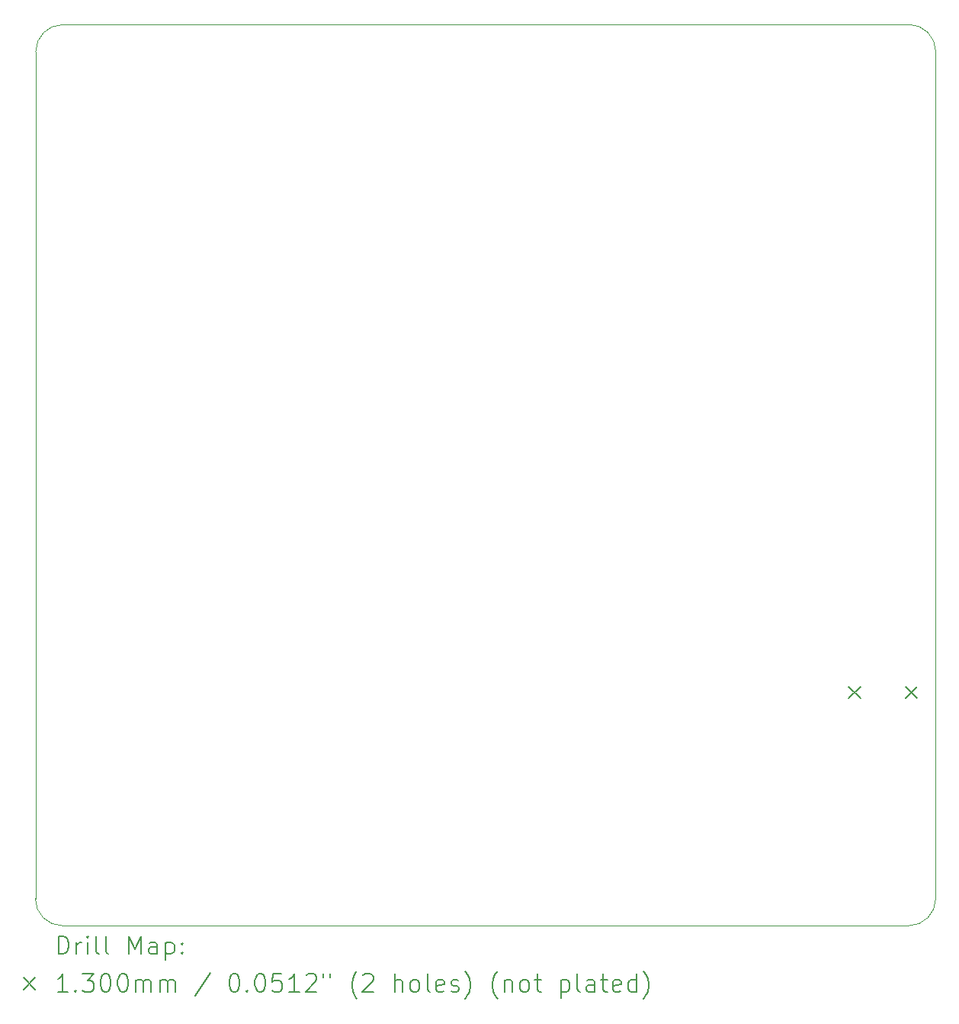
<source format=gbr>
%TF.GenerationSoftware,KiCad,Pcbnew,8.0.0-rc2-429-g037f349585*%
%TF.CreationDate,2024-02-09T22:22:24+01:00*%
%TF.ProjectId,xDuinoRail-Protoboard,78447569-6e6f-4526-9169-6c2d50726f74,rev?*%
%TF.SameCoordinates,Original*%
%TF.FileFunction,Drillmap*%
%TF.FilePolarity,Positive*%
%FSLAX45Y45*%
G04 Gerber Fmt 4.5, Leading zero omitted, Abs format (unit mm)*
G04 Created by KiCad (PCBNEW 8.0.0-rc2-429-g037f349585) date 2024-02-09 22:22:24*
%MOMM*%
%LPD*%
G01*
G04 APERTURE LIST*
%ADD10C,0.050000*%
%ADD11C,0.200000*%
%ADD12C,0.130000*%
G04 APERTURE END LIST*
D10*
X7348500Y-4508500D02*
X16748500Y-4508500D01*
X17048500Y-14208500D02*
G75*
G02*
X16748500Y-14508500I-300000J0D01*
G01*
X7348500Y-14508500D02*
G75*
G02*
X7048500Y-14208500I0J300000D01*
G01*
X7052361Y-4810462D02*
G75*
G02*
X7352361Y-4510461I299999J2D01*
G01*
X16748500Y-4508500D02*
G75*
G02*
X17048500Y-4808500I0J-300000D01*
G01*
X17048500Y-4808500D02*
X17048500Y-14208500D01*
X16748500Y-14508500D02*
X7348500Y-14508500D01*
X7051931Y-14209456D02*
X7051931Y-4809456D01*
D11*
D12*
X16082000Y-11857000D02*
X16212000Y-11987000D01*
X16212000Y-11857000D02*
X16082000Y-11987000D01*
X16712000Y-11857000D02*
X16842000Y-11987000D01*
X16842000Y-11857000D02*
X16712000Y-11987000D01*
D11*
X7306777Y-14822484D02*
X7306777Y-14622484D01*
X7306777Y-14622484D02*
X7354396Y-14622484D01*
X7354396Y-14622484D02*
X7382967Y-14632008D01*
X7382967Y-14632008D02*
X7402015Y-14651055D01*
X7402015Y-14651055D02*
X7411539Y-14670103D01*
X7411539Y-14670103D02*
X7421062Y-14708198D01*
X7421062Y-14708198D02*
X7421062Y-14736769D01*
X7421062Y-14736769D02*
X7411539Y-14774865D01*
X7411539Y-14774865D02*
X7402015Y-14793912D01*
X7402015Y-14793912D02*
X7382967Y-14812960D01*
X7382967Y-14812960D02*
X7354396Y-14822484D01*
X7354396Y-14822484D02*
X7306777Y-14822484D01*
X7506777Y-14822484D02*
X7506777Y-14689150D01*
X7506777Y-14727246D02*
X7516301Y-14708198D01*
X7516301Y-14708198D02*
X7525824Y-14698674D01*
X7525824Y-14698674D02*
X7544872Y-14689150D01*
X7544872Y-14689150D02*
X7563920Y-14689150D01*
X7630586Y-14822484D02*
X7630586Y-14689150D01*
X7630586Y-14622484D02*
X7621062Y-14632008D01*
X7621062Y-14632008D02*
X7630586Y-14641531D01*
X7630586Y-14641531D02*
X7640110Y-14632008D01*
X7640110Y-14632008D02*
X7630586Y-14622484D01*
X7630586Y-14622484D02*
X7630586Y-14641531D01*
X7754396Y-14822484D02*
X7735348Y-14812960D01*
X7735348Y-14812960D02*
X7725824Y-14793912D01*
X7725824Y-14793912D02*
X7725824Y-14622484D01*
X7859158Y-14822484D02*
X7840110Y-14812960D01*
X7840110Y-14812960D02*
X7830586Y-14793912D01*
X7830586Y-14793912D02*
X7830586Y-14622484D01*
X8087729Y-14822484D02*
X8087729Y-14622484D01*
X8087729Y-14622484D02*
X8154396Y-14765341D01*
X8154396Y-14765341D02*
X8221062Y-14622484D01*
X8221062Y-14622484D02*
X8221062Y-14822484D01*
X8402015Y-14822484D02*
X8402015Y-14717722D01*
X8402015Y-14717722D02*
X8392491Y-14698674D01*
X8392491Y-14698674D02*
X8373443Y-14689150D01*
X8373443Y-14689150D02*
X8335348Y-14689150D01*
X8335348Y-14689150D02*
X8316301Y-14698674D01*
X8402015Y-14812960D02*
X8382967Y-14822484D01*
X8382967Y-14822484D02*
X8335348Y-14822484D01*
X8335348Y-14822484D02*
X8316301Y-14812960D01*
X8316301Y-14812960D02*
X8306777Y-14793912D01*
X8306777Y-14793912D02*
X8306777Y-14774865D01*
X8306777Y-14774865D02*
X8316301Y-14755817D01*
X8316301Y-14755817D02*
X8335348Y-14746293D01*
X8335348Y-14746293D02*
X8382967Y-14746293D01*
X8382967Y-14746293D02*
X8402015Y-14736769D01*
X8497253Y-14689150D02*
X8497253Y-14889150D01*
X8497253Y-14698674D02*
X8516301Y-14689150D01*
X8516301Y-14689150D02*
X8554396Y-14689150D01*
X8554396Y-14689150D02*
X8573444Y-14698674D01*
X8573444Y-14698674D02*
X8582967Y-14708198D01*
X8582967Y-14708198D02*
X8592491Y-14727246D01*
X8592491Y-14727246D02*
X8592491Y-14784388D01*
X8592491Y-14784388D02*
X8582967Y-14803436D01*
X8582967Y-14803436D02*
X8573444Y-14812960D01*
X8573444Y-14812960D02*
X8554396Y-14822484D01*
X8554396Y-14822484D02*
X8516301Y-14822484D01*
X8516301Y-14822484D02*
X8497253Y-14812960D01*
X8678205Y-14803436D02*
X8687729Y-14812960D01*
X8687729Y-14812960D02*
X8678205Y-14822484D01*
X8678205Y-14822484D02*
X8668682Y-14812960D01*
X8668682Y-14812960D02*
X8678205Y-14803436D01*
X8678205Y-14803436D02*
X8678205Y-14822484D01*
X8678205Y-14698674D02*
X8687729Y-14708198D01*
X8687729Y-14708198D02*
X8678205Y-14717722D01*
X8678205Y-14717722D02*
X8668682Y-14708198D01*
X8668682Y-14708198D02*
X8678205Y-14698674D01*
X8678205Y-14698674D02*
X8678205Y-14717722D01*
D12*
X6916000Y-15086000D02*
X7046000Y-15216000D01*
X7046000Y-15086000D02*
X6916000Y-15216000D01*
D11*
X7411539Y-15242484D02*
X7297253Y-15242484D01*
X7354396Y-15242484D02*
X7354396Y-15042484D01*
X7354396Y-15042484D02*
X7335348Y-15071055D01*
X7335348Y-15071055D02*
X7316301Y-15090103D01*
X7316301Y-15090103D02*
X7297253Y-15099627D01*
X7497253Y-15223436D02*
X7506777Y-15232960D01*
X7506777Y-15232960D02*
X7497253Y-15242484D01*
X7497253Y-15242484D02*
X7487729Y-15232960D01*
X7487729Y-15232960D02*
X7497253Y-15223436D01*
X7497253Y-15223436D02*
X7497253Y-15242484D01*
X7573443Y-15042484D02*
X7697253Y-15042484D01*
X7697253Y-15042484D02*
X7630586Y-15118674D01*
X7630586Y-15118674D02*
X7659158Y-15118674D01*
X7659158Y-15118674D02*
X7678205Y-15128198D01*
X7678205Y-15128198D02*
X7687729Y-15137722D01*
X7687729Y-15137722D02*
X7697253Y-15156769D01*
X7697253Y-15156769D02*
X7697253Y-15204388D01*
X7697253Y-15204388D02*
X7687729Y-15223436D01*
X7687729Y-15223436D02*
X7678205Y-15232960D01*
X7678205Y-15232960D02*
X7659158Y-15242484D01*
X7659158Y-15242484D02*
X7602015Y-15242484D01*
X7602015Y-15242484D02*
X7582967Y-15232960D01*
X7582967Y-15232960D02*
X7573443Y-15223436D01*
X7821062Y-15042484D02*
X7840110Y-15042484D01*
X7840110Y-15042484D02*
X7859158Y-15052008D01*
X7859158Y-15052008D02*
X7868682Y-15061531D01*
X7868682Y-15061531D02*
X7878205Y-15080579D01*
X7878205Y-15080579D02*
X7887729Y-15118674D01*
X7887729Y-15118674D02*
X7887729Y-15166293D01*
X7887729Y-15166293D02*
X7878205Y-15204388D01*
X7878205Y-15204388D02*
X7868682Y-15223436D01*
X7868682Y-15223436D02*
X7859158Y-15232960D01*
X7859158Y-15232960D02*
X7840110Y-15242484D01*
X7840110Y-15242484D02*
X7821062Y-15242484D01*
X7821062Y-15242484D02*
X7802015Y-15232960D01*
X7802015Y-15232960D02*
X7792491Y-15223436D01*
X7792491Y-15223436D02*
X7782967Y-15204388D01*
X7782967Y-15204388D02*
X7773443Y-15166293D01*
X7773443Y-15166293D02*
X7773443Y-15118674D01*
X7773443Y-15118674D02*
X7782967Y-15080579D01*
X7782967Y-15080579D02*
X7792491Y-15061531D01*
X7792491Y-15061531D02*
X7802015Y-15052008D01*
X7802015Y-15052008D02*
X7821062Y-15042484D01*
X8011539Y-15042484D02*
X8030586Y-15042484D01*
X8030586Y-15042484D02*
X8049634Y-15052008D01*
X8049634Y-15052008D02*
X8059158Y-15061531D01*
X8059158Y-15061531D02*
X8068682Y-15080579D01*
X8068682Y-15080579D02*
X8078205Y-15118674D01*
X8078205Y-15118674D02*
X8078205Y-15166293D01*
X8078205Y-15166293D02*
X8068682Y-15204388D01*
X8068682Y-15204388D02*
X8059158Y-15223436D01*
X8059158Y-15223436D02*
X8049634Y-15232960D01*
X8049634Y-15232960D02*
X8030586Y-15242484D01*
X8030586Y-15242484D02*
X8011539Y-15242484D01*
X8011539Y-15242484D02*
X7992491Y-15232960D01*
X7992491Y-15232960D02*
X7982967Y-15223436D01*
X7982967Y-15223436D02*
X7973443Y-15204388D01*
X7973443Y-15204388D02*
X7963920Y-15166293D01*
X7963920Y-15166293D02*
X7963920Y-15118674D01*
X7963920Y-15118674D02*
X7973443Y-15080579D01*
X7973443Y-15080579D02*
X7982967Y-15061531D01*
X7982967Y-15061531D02*
X7992491Y-15052008D01*
X7992491Y-15052008D02*
X8011539Y-15042484D01*
X8163920Y-15242484D02*
X8163920Y-15109150D01*
X8163920Y-15128198D02*
X8173443Y-15118674D01*
X8173443Y-15118674D02*
X8192491Y-15109150D01*
X8192491Y-15109150D02*
X8221063Y-15109150D01*
X8221063Y-15109150D02*
X8240110Y-15118674D01*
X8240110Y-15118674D02*
X8249634Y-15137722D01*
X8249634Y-15137722D02*
X8249634Y-15242484D01*
X8249634Y-15137722D02*
X8259158Y-15118674D01*
X8259158Y-15118674D02*
X8278205Y-15109150D01*
X8278205Y-15109150D02*
X8306777Y-15109150D01*
X8306777Y-15109150D02*
X8325824Y-15118674D01*
X8325824Y-15118674D02*
X8335348Y-15137722D01*
X8335348Y-15137722D02*
X8335348Y-15242484D01*
X8430586Y-15242484D02*
X8430586Y-15109150D01*
X8430586Y-15128198D02*
X8440110Y-15118674D01*
X8440110Y-15118674D02*
X8459158Y-15109150D01*
X8459158Y-15109150D02*
X8487729Y-15109150D01*
X8487729Y-15109150D02*
X8506777Y-15118674D01*
X8506777Y-15118674D02*
X8516301Y-15137722D01*
X8516301Y-15137722D02*
X8516301Y-15242484D01*
X8516301Y-15137722D02*
X8525825Y-15118674D01*
X8525825Y-15118674D02*
X8544872Y-15109150D01*
X8544872Y-15109150D02*
X8573444Y-15109150D01*
X8573444Y-15109150D02*
X8592491Y-15118674D01*
X8592491Y-15118674D02*
X8602015Y-15137722D01*
X8602015Y-15137722D02*
X8602015Y-15242484D01*
X8992491Y-15032960D02*
X8821063Y-15290103D01*
X9249634Y-15042484D02*
X9268682Y-15042484D01*
X9268682Y-15042484D02*
X9287729Y-15052008D01*
X9287729Y-15052008D02*
X9297253Y-15061531D01*
X9297253Y-15061531D02*
X9306777Y-15080579D01*
X9306777Y-15080579D02*
X9316301Y-15118674D01*
X9316301Y-15118674D02*
X9316301Y-15166293D01*
X9316301Y-15166293D02*
X9306777Y-15204388D01*
X9306777Y-15204388D02*
X9297253Y-15223436D01*
X9297253Y-15223436D02*
X9287729Y-15232960D01*
X9287729Y-15232960D02*
X9268682Y-15242484D01*
X9268682Y-15242484D02*
X9249634Y-15242484D01*
X9249634Y-15242484D02*
X9230587Y-15232960D01*
X9230587Y-15232960D02*
X9221063Y-15223436D01*
X9221063Y-15223436D02*
X9211539Y-15204388D01*
X9211539Y-15204388D02*
X9202015Y-15166293D01*
X9202015Y-15166293D02*
X9202015Y-15118674D01*
X9202015Y-15118674D02*
X9211539Y-15080579D01*
X9211539Y-15080579D02*
X9221063Y-15061531D01*
X9221063Y-15061531D02*
X9230587Y-15052008D01*
X9230587Y-15052008D02*
X9249634Y-15042484D01*
X9402015Y-15223436D02*
X9411539Y-15232960D01*
X9411539Y-15232960D02*
X9402015Y-15242484D01*
X9402015Y-15242484D02*
X9392491Y-15232960D01*
X9392491Y-15232960D02*
X9402015Y-15223436D01*
X9402015Y-15223436D02*
X9402015Y-15242484D01*
X9535348Y-15042484D02*
X9554396Y-15042484D01*
X9554396Y-15042484D02*
X9573444Y-15052008D01*
X9573444Y-15052008D02*
X9582968Y-15061531D01*
X9582968Y-15061531D02*
X9592491Y-15080579D01*
X9592491Y-15080579D02*
X9602015Y-15118674D01*
X9602015Y-15118674D02*
X9602015Y-15166293D01*
X9602015Y-15166293D02*
X9592491Y-15204388D01*
X9592491Y-15204388D02*
X9582968Y-15223436D01*
X9582968Y-15223436D02*
X9573444Y-15232960D01*
X9573444Y-15232960D02*
X9554396Y-15242484D01*
X9554396Y-15242484D02*
X9535348Y-15242484D01*
X9535348Y-15242484D02*
X9516301Y-15232960D01*
X9516301Y-15232960D02*
X9506777Y-15223436D01*
X9506777Y-15223436D02*
X9497253Y-15204388D01*
X9497253Y-15204388D02*
X9487729Y-15166293D01*
X9487729Y-15166293D02*
X9487729Y-15118674D01*
X9487729Y-15118674D02*
X9497253Y-15080579D01*
X9497253Y-15080579D02*
X9506777Y-15061531D01*
X9506777Y-15061531D02*
X9516301Y-15052008D01*
X9516301Y-15052008D02*
X9535348Y-15042484D01*
X9782968Y-15042484D02*
X9687729Y-15042484D01*
X9687729Y-15042484D02*
X9678206Y-15137722D01*
X9678206Y-15137722D02*
X9687729Y-15128198D01*
X9687729Y-15128198D02*
X9706777Y-15118674D01*
X9706777Y-15118674D02*
X9754396Y-15118674D01*
X9754396Y-15118674D02*
X9773444Y-15128198D01*
X9773444Y-15128198D02*
X9782968Y-15137722D01*
X9782968Y-15137722D02*
X9792491Y-15156769D01*
X9792491Y-15156769D02*
X9792491Y-15204388D01*
X9792491Y-15204388D02*
X9782968Y-15223436D01*
X9782968Y-15223436D02*
X9773444Y-15232960D01*
X9773444Y-15232960D02*
X9754396Y-15242484D01*
X9754396Y-15242484D02*
X9706777Y-15242484D01*
X9706777Y-15242484D02*
X9687729Y-15232960D01*
X9687729Y-15232960D02*
X9678206Y-15223436D01*
X9982968Y-15242484D02*
X9868682Y-15242484D01*
X9925825Y-15242484D02*
X9925825Y-15042484D01*
X9925825Y-15042484D02*
X9906777Y-15071055D01*
X9906777Y-15071055D02*
X9887729Y-15090103D01*
X9887729Y-15090103D02*
X9868682Y-15099627D01*
X10059158Y-15061531D02*
X10068682Y-15052008D01*
X10068682Y-15052008D02*
X10087729Y-15042484D01*
X10087729Y-15042484D02*
X10135349Y-15042484D01*
X10135349Y-15042484D02*
X10154396Y-15052008D01*
X10154396Y-15052008D02*
X10163920Y-15061531D01*
X10163920Y-15061531D02*
X10173444Y-15080579D01*
X10173444Y-15080579D02*
X10173444Y-15099627D01*
X10173444Y-15099627D02*
X10163920Y-15128198D01*
X10163920Y-15128198D02*
X10049634Y-15242484D01*
X10049634Y-15242484D02*
X10173444Y-15242484D01*
X10249634Y-15042484D02*
X10249634Y-15080579D01*
X10325825Y-15042484D02*
X10325825Y-15080579D01*
X10621063Y-15318674D02*
X10611539Y-15309150D01*
X10611539Y-15309150D02*
X10592491Y-15280579D01*
X10592491Y-15280579D02*
X10582968Y-15261531D01*
X10582968Y-15261531D02*
X10573444Y-15232960D01*
X10573444Y-15232960D02*
X10563920Y-15185341D01*
X10563920Y-15185341D02*
X10563920Y-15147246D01*
X10563920Y-15147246D02*
X10573444Y-15099627D01*
X10573444Y-15099627D02*
X10582968Y-15071055D01*
X10582968Y-15071055D02*
X10592491Y-15052008D01*
X10592491Y-15052008D02*
X10611539Y-15023436D01*
X10611539Y-15023436D02*
X10621063Y-15013912D01*
X10687730Y-15061531D02*
X10697253Y-15052008D01*
X10697253Y-15052008D02*
X10716301Y-15042484D01*
X10716301Y-15042484D02*
X10763920Y-15042484D01*
X10763920Y-15042484D02*
X10782968Y-15052008D01*
X10782968Y-15052008D02*
X10792491Y-15061531D01*
X10792491Y-15061531D02*
X10802015Y-15080579D01*
X10802015Y-15080579D02*
X10802015Y-15099627D01*
X10802015Y-15099627D02*
X10792491Y-15128198D01*
X10792491Y-15128198D02*
X10678206Y-15242484D01*
X10678206Y-15242484D02*
X10802015Y-15242484D01*
X11040111Y-15242484D02*
X11040111Y-15042484D01*
X11125825Y-15242484D02*
X11125825Y-15137722D01*
X11125825Y-15137722D02*
X11116301Y-15118674D01*
X11116301Y-15118674D02*
X11097253Y-15109150D01*
X11097253Y-15109150D02*
X11068682Y-15109150D01*
X11068682Y-15109150D02*
X11049634Y-15118674D01*
X11049634Y-15118674D02*
X11040111Y-15128198D01*
X11249634Y-15242484D02*
X11230587Y-15232960D01*
X11230587Y-15232960D02*
X11221063Y-15223436D01*
X11221063Y-15223436D02*
X11211539Y-15204388D01*
X11211539Y-15204388D02*
X11211539Y-15147246D01*
X11211539Y-15147246D02*
X11221063Y-15128198D01*
X11221063Y-15128198D02*
X11230587Y-15118674D01*
X11230587Y-15118674D02*
X11249634Y-15109150D01*
X11249634Y-15109150D02*
X11278206Y-15109150D01*
X11278206Y-15109150D02*
X11297253Y-15118674D01*
X11297253Y-15118674D02*
X11306777Y-15128198D01*
X11306777Y-15128198D02*
X11316301Y-15147246D01*
X11316301Y-15147246D02*
X11316301Y-15204388D01*
X11316301Y-15204388D02*
X11306777Y-15223436D01*
X11306777Y-15223436D02*
X11297253Y-15232960D01*
X11297253Y-15232960D02*
X11278206Y-15242484D01*
X11278206Y-15242484D02*
X11249634Y-15242484D01*
X11430587Y-15242484D02*
X11411539Y-15232960D01*
X11411539Y-15232960D02*
X11402015Y-15213912D01*
X11402015Y-15213912D02*
X11402015Y-15042484D01*
X11582968Y-15232960D02*
X11563920Y-15242484D01*
X11563920Y-15242484D02*
X11525825Y-15242484D01*
X11525825Y-15242484D02*
X11506777Y-15232960D01*
X11506777Y-15232960D02*
X11497253Y-15213912D01*
X11497253Y-15213912D02*
X11497253Y-15137722D01*
X11497253Y-15137722D02*
X11506777Y-15118674D01*
X11506777Y-15118674D02*
X11525825Y-15109150D01*
X11525825Y-15109150D02*
X11563920Y-15109150D01*
X11563920Y-15109150D02*
X11582968Y-15118674D01*
X11582968Y-15118674D02*
X11592491Y-15137722D01*
X11592491Y-15137722D02*
X11592491Y-15156769D01*
X11592491Y-15156769D02*
X11497253Y-15175817D01*
X11668682Y-15232960D02*
X11687730Y-15242484D01*
X11687730Y-15242484D02*
X11725825Y-15242484D01*
X11725825Y-15242484D02*
X11744872Y-15232960D01*
X11744872Y-15232960D02*
X11754396Y-15213912D01*
X11754396Y-15213912D02*
X11754396Y-15204388D01*
X11754396Y-15204388D02*
X11744872Y-15185341D01*
X11744872Y-15185341D02*
X11725825Y-15175817D01*
X11725825Y-15175817D02*
X11697253Y-15175817D01*
X11697253Y-15175817D02*
X11678206Y-15166293D01*
X11678206Y-15166293D02*
X11668682Y-15147246D01*
X11668682Y-15147246D02*
X11668682Y-15137722D01*
X11668682Y-15137722D02*
X11678206Y-15118674D01*
X11678206Y-15118674D02*
X11697253Y-15109150D01*
X11697253Y-15109150D02*
X11725825Y-15109150D01*
X11725825Y-15109150D02*
X11744872Y-15118674D01*
X11821063Y-15318674D02*
X11830587Y-15309150D01*
X11830587Y-15309150D02*
X11849634Y-15280579D01*
X11849634Y-15280579D02*
X11859158Y-15261531D01*
X11859158Y-15261531D02*
X11868682Y-15232960D01*
X11868682Y-15232960D02*
X11878206Y-15185341D01*
X11878206Y-15185341D02*
X11878206Y-15147246D01*
X11878206Y-15147246D02*
X11868682Y-15099627D01*
X11868682Y-15099627D02*
X11859158Y-15071055D01*
X11859158Y-15071055D02*
X11849634Y-15052008D01*
X11849634Y-15052008D02*
X11830587Y-15023436D01*
X11830587Y-15023436D02*
X11821063Y-15013912D01*
X12182968Y-15318674D02*
X12173444Y-15309150D01*
X12173444Y-15309150D02*
X12154396Y-15280579D01*
X12154396Y-15280579D02*
X12144872Y-15261531D01*
X12144872Y-15261531D02*
X12135349Y-15232960D01*
X12135349Y-15232960D02*
X12125825Y-15185341D01*
X12125825Y-15185341D02*
X12125825Y-15147246D01*
X12125825Y-15147246D02*
X12135349Y-15099627D01*
X12135349Y-15099627D02*
X12144872Y-15071055D01*
X12144872Y-15071055D02*
X12154396Y-15052008D01*
X12154396Y-15052008D02*
X12173444Y-15023436D01*
X12173444Y-15023436D02*
X12182968Y-15013912D01*
X12259158Y-15109150D02*
X12259158Y-15242484D01*
X12259158Y-15128198D02*
X12268682Y-15118674D01*
X12268682Y-15118674D02*
X12287730Y-15109150D01*
X12287730Y-15109150D02*
X12316301Y-15109150D01*
X12316301Y-15109150D02*
X12335349Y-15118674D01*
X12335349Y-15118674D02*
X12344872Y-15137722D01*
X12344872Y-15137722D02*
X12344872Y-15242484D01*
X12468682Y-15242484D02*
X12449634Y-15232960D01*
X12449634Y-15232960D02*
X12440111Y-15223436D01*
X12440111Y-15223436D02*
X12430587Y-15204388D01*
X12430587Y-15204388D02*
X12430587Y-15147246D01*
X12430587Y-15147246D02*
X12440111Y-15128198D01*
X12440111Y-15128198D02*
X12449634Y-15118674D01*
X12449634Y-15118674D02*
X12468682Y-15109150D01*
X12468682Y-15109150D02*
X12497253Y-15109150D01*
X12497253Y-15109150D02*
X12516301Y-15118674D01*
X12516301Y-15118674D02*
X12525825Y-15128198D01*
X12525825Y-15128198D02*
X12535349Y-15147246D01*
X12535349Y-15147246D02*
X12535349Y-15204388D01*
X12535349Y-15204388D02*
X12525825Y-15223436D01*
X12525825Y-15223436D02*
X12516301Y-15232960D01*
X12516301Y-15232960D02*
X12497253Y-15242484D01*
X12497253Y-15242484D02*
X12468682Y-15242484D01*
X12592492Y-15109150D02*
X12668682Y-15109150D01*
X12621063Y-15042484D02*
X12621063Y-15213912D01*
X12621063Y-15213912D02*
X12630587Y-15232960D01*
X12630587Y-15232960D02*
X12649634Y-15242484D01*
X12649634Y-15242484D02*
X12668682Y-15242484D01*
X12887730Y-15109150D02*
X12887730Y-15309150D01*
X12887730Y-15118674D02*
X12906777Y-15109150D01*
X12906777Y-15109150D02*
X12944873Y-15109150D01*
X12944873Y-15109150D02*
X12963920Y-15118674D01*
X12963920Y-15118674D02*
X12973444Y-15128198D01*
X12973444Y-15128198D02*
X12982968Y-15147246D01*
X12982968Y-15147246D02*
X12982968Y-15204388D01*
X12982968Y-15204388D02*
X12973444Y-15223436D01*
X12973444Y-15223436D02*
X12963920Y-15232960D01*
X12963920Y-15232960D02*
X12944873Y-15242484D01*
X12944873Y-15242484D02*
X12906777Y-15242484D01*
X12906777Y-15242484D02*
X12887730Y-15232960D01*
X13097253Y-15242484D02*
X13078206Y-15232960D01*
X13078206Y-15232960D02*
X13068682Y-15213912D01*
X13068682Y-15213912D02*
X13068682Y-15042484D01*
X13259158Y-15242484D02*
X13259158Y-15137722D01*
X13259158Y-15137722D02*
X13249634Y-15118674D01*
X13249634Y-15118674D02*
X13230587Y-15109150D01*
X13230587Y-15109150D02*
X13192492Y-15109150D01*
X13192492Y-15109150D02*
X13173444Y-15118674D01*
X13259158Y-15232960D02*
X13240111Y-15242484D01*
X13240111Y-15242484D02*
X13192492Y-15242484D01*
X13192492Y-15242484D02*
X13173444Y-15232960D01*
X13173444Y-15232960D02*
X13163920Y-15213912D01*
X13163920Y-15213912D02*
X13163920Y-15194865D01*
X13163920Y-15194865D02*
X13173444Y-15175817D01*
X13173444Y-15175817D02*
X13192492Y-15166293D01*
X13192492Y-15166293D02*
X13240111Y-15166293D01*
X13240111Y-15166293D02*
X13259158Y-15156769D01*
X13325825Y-15109150D02*
X13402015Y-15109150D01*
X13354396Y-15042484D02*
X13354396Y-15213912D01*
X13354396Y-15213912D02*
X13363920Y-15232960D01*
X13363920Y-15232960D02*
X13382968Y-15242484D01*
X13382968Y-15242484D02*
X13402015Y-15242484D01*
X13544873Y-15232960D02*
X13525825Y-15242484D01*
X13525825Y-15242484D02*
X13487730Y-15242484D01*
X13487730Y-15242484D02*
X13468682Y-15232960D01*
X13468682Y-15232960D02*
X13459158Y-15213912D01*
X13459158Y-15213912D02*
X13459158Y-15137722D01*
X13459158Y-15137722D02*
X13468682Y-15118674D01*
X13468682Y-15118674D02*
X13487730Y-15109150D01*
X13487730Y-15109150D02*
X13525825Y-15109150D01*
X13525825Y-15109150D02*
X13544873Y-15118674D01*
X13544873Y-15118674D02*
X13554396Y-15137722D01*
X13554396Y-15137722D02*
X13554396Y-15156769D01*
X13554396Y-15156769D02*
X13459158Y-15175817D01*
X13725825Y-15242484D02*
X13725825Y-15042484D01*
X13725825Y-15232960D02*
X13706777Y-15242484D01*
X13706777Y-15242484D02*
X13668682Y-15242484D01*
X13668682Y-15242484D02*
X13649634Y-15232960D01*
X13649634Y-15232960D02*
X13640111Y-15223436D01*
X13640111Y-15223436D02*
X13630587Y-15204388D01*
X13630587Y-15204388D02*
X13630587Y-15147246D01*
X13630587Y-15147246D02*
X13640111Y-15128198D01*
X13640111Y-15128198D02*
X13649634Y-15118674D01*
X13649634Y-15118674D02*
X13668682Y-15109150D01*
X13668682Y-15109150D02*
X13706777Y-15109150D01*
X13706777Y-15109150D02*
X13725825Y-15118674D01*
X13802015Y-15318674D02*
X13811539Y-15309150D01*
X13811539Y-15309150D02*
X13830587Y-15280579D01*
X13830587Y-15280579D02*
X13840111Y-15261531D01*
X13840111Y-15261531D02*
X13849634Y-15232960D01*
X13849634Y-15232960D02*
X13859158Y-15185341D01*
X13859158Y-15185341D02*
X13859158Y-15147246D01*
X13859158Y-15147246D02*
X13849634Y-15099627D01*
X13849634Y-15099627D02*
X13840111Y-15071055D01*
X13840111Y-15071055D02*
X13830587Y-15052008D01*
X13830587Y-15052008D02*
X13811539Y-15023436D01*
X13811539Y-15023436D02*
X13802015Y-15013912D01*
M02*

</source>
